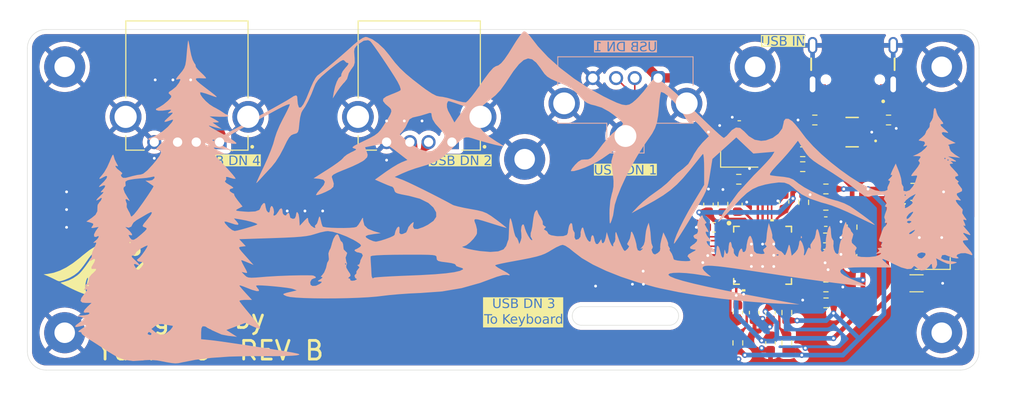
<source format=kicad_pcb>
(kicad_pcb (version 20240108) (generator "pcbnew") (generator_version "8.0")
  (layers (0 "F.Cu" signal) (1 "In1.Cu" signal) (2 "In2.Cu" signal) (31 "B.Cu" signal) (34 "B.Paste" user) (35 "F.Paste" user) (36 "B.SilkS" user "B.Silkscreen") (37 "F.SilkS" user "F.Silkscreen") (38 "B.Mask" user) (39 "F.Mask" user) (44 "Edge.Cuts" user))
  (net 0 "")
  (net 1 "GND")
  (net 2 "/XTALIN")
  (net 3 "/XTALOUT")
  (net 4 "+5V")
  (net 5 "+3V3")
  (net 6 "Net-(U1-PRTPWR1{slash}BC_EN1)")
  (net 7 "Net-(U1-PRTPWR2{slash}BC_EN2)")
  (net 8 "Net-(U1-PRTPWR3{slash}BC_EN3)")
  (net 9 "Net-(U1-PRTPWR4{slash}BC_EN4)")
  (net 10 "/USB_UP_RES_N")
  (net 11 "Net-(U1-HS_IND{slash}CFG_SEL1)")
  (net 12 "Net-(U1-SCL{slash}SMBCLK{slash}CFG_SEL0)")
  (net 13 "Net-(U1-SDA{slash}SMBDATA{slash}NON_REM1)")
  (net 14 "/RESET_N")
  (net 15 "/VBUS_DET")
  (net 16 "Net-(U1-SUSP_IND{slash}LOCAL_PWR{slash}NON_REM0)")
  (net 17 "Net-(U1-RBIAS)")
  (net 18 "Net-(J1-CC2)")
  (net 19 "Net-(J1-CC1)")
  (net 20 "Net-(U1-PLLFILT)")
  (net 21 "Net-(U1-CRFILT)")
  (net 22 "/USB_UP_RES_P")
  (net 24 "/USB_UP_P")
  (net 26 "/USB_UP_N")
  (net 31 "/USB_DOWN3_N")
  (net 32 "/USB_DOWN3_P")
  (net 33 "/USB_DOWN4_N")
  (net 34 "/USB_DOWN4_P")
  (net 35 "/USB_DOWN1_P")
  (net 36 "/USB_DOWN1_N")
  (net 37 "/USB_DOWN2_P")
  (net 38 "/USB_DOWN2_N")
  (footprint "Capacitor_SMD:C_0603_1608Metric" (layer "F.Cu") (at 161 57.25 90)
    (property "Reference" "C15" (hide yes))
    (property "Value" "1 uF")
  )
  (footprint "Resistor_SMD:R_0603_1608Metric" (layer "F.Cu") (at 173.5689 60.84)
    (property "Reference" "R6" (hide yes))
    (property "Value" "100K")
  )
  (footprint "MountingHole:MountingHole_2.2mm_M2_Pad" (layer "F.Cu") (at 92 42.5)
    (property "Reference" "H3" (hide yes))
    (property "Value" "MountingHole_Pad" (hide yes))
  )
  (footprint "MountingHole:MountingHole_2.2mm_M2_Pad" (layer "F.Cu") (at 92 71)
    (property "Reference" "H6" (hide yes))
    (property "Value" "MountingHole_Pad")
  )
  (footprint "USB4105_GF_A(2):GCT_USB4105-GF-A" (layer "F.Cu") (at 176.4775 40.2 180)
    (property "Reference" "J1" (hide yes))
    (property "Value" "USB4105-GF-A")
  )
  (footprint "UE27AC54100:AMPHENOL_UE27AC54100" (layer "F.Cu") (at 130 50.57 180)
    (property "Reference" "J3" (hide yes))
    (property "Value" "UE27AC54100")
  )
  (footprint "Numlocked:AYF530435" (layer "F.Cu") (at 152.1 65.8)
    (property "Reference" "J5" (hide yes))
    (property "Value" "5051100492")
  )
  (footprint "Capacitor_SMD:C_0603_1608Metric" (layer "F.Cu") (at 173.5839 64.38)
    (property "Reference" "C5" (hide yes))
    (property "Value" "0.1 uF")
  )
  (footprint "USB2514_AEZC_TR:QFN36_6X6MC_MCH" (layer "F.Cu") (at 166.8 62.7)
    (property "Reference" "U1" (hide yes))
    (property "Value" "USB2514B-AEZC-TR" (hide yes))
  )
  (footprint "Resistor_SMD:R_0603_1608Metric" (layer "F.Cu") (at 172.4 48.2)
    (property "Reference" "R16" (hide yes))
    (property "Value" "5.1K")
  )
  (footprint "Capacitor_SMD:C_0603_1608Metric" (layer "F.Cu") (at 164.1 57.25 90)
    (property "Reference" "C9" (hide yes))
    (property "Value" "0.1 uF")
  )
  (footprint "Resistor_SMD:R_0603_1608Metric" (layer "F.Cu") (at 173.588207 66.09)
    (property "Reference" "R8" (hide yes))
    (property "Value" "100K")
  )
  (footprint "MountingHole:MountingHole_2.2mm_M2_Pad" (layer "F.Cu") (at 186 71)
    (property "Reference" "H4" (hide yes))
    (property "Value" "MountingHole_Pad" (hide yes))
  )
  (footprint "UE27AC54100:AMPHENOL_UE27AC54100" (layer "F.Cu") (at 105.1 50.57 180)
    (property "Reference" "J4" (hide yes))
    (property "Value" "UE27AC54100")
  )
  (footprint "Capacitor_SMD:C_0603_1608Metric" (layer "F.Cu") (at 160.551 63.075 180)
    (property "Reference" "C1" (hide yes))
    (property "Value" "0.1 uF" (hide yes))
  )
  (footprint "Capacitor_SMD:C_0603_1608Metric" (layer "F.Cu") (at 165.8989 68.84 90)
    (property "Reference" "C10" (hide yes))
    (property "Value" "0.1 uF")
  )
  (footprint "Resistor_SMD:R_0603_1608Metric" (layer "F.Cu") (at 171.1 53.2)
    (property "Reference" "R5" (hide yes))
    (property "Value" "22")
  )
  (footprint "MountingHole:MountingHole_2.2mm_M2_Pad" (layer "F.Cu") (at 186 42.5)
    (property "Reference" "H1" (hide yes))
    (property "Value" "MountingHole_Pad")
  )
  (footprint "Resistor_SMD:R_0603_1608Metric" (layer "F.Cu") (at 171.209607 57.024293 90)
    (property "Reference" "R12" (hide yes))
    (property "Value" "100K")
  )
  (footprint "Capacitor_SMD:C_0603_1608Metric" (layer "F.Cu") (at 161.05 51.54 90)
    (property "Reference" "C11" (hide yes))
    (property "Value" "18 pF")
  )
  (footprint "Capacitor_SMD:C_1206_3216Metric" (layer "F.Cu") (at 183.4 55.9)
    (property "Reference" "C13" (hide yes))
    (property "Value" "0.47 uF")
  )
  (footprint "Resistor_SMD:R_0603_1608Metric" (layer "F.Cu") (at 173.5839 62.59)
    (property "Reference" "R7" (hide yes))
    (property "Value" "100K")
  )
  (footprint "Capacitor_SMD:C_0603_1608Metric" (layer "F.Cu") (at 161.6 59.7 180)
    (property "Reference" "C4" (hide yes))
    (property "Value" "0.1 uF" (hide yes))
  )
  (footprint "MountingHole:MountingHole_2.2mm_M2_Pad" (layer "F.Cu") (at 141.3 52.4)
    (property "Reference" "H2" (hide yes))
    (property "Value" "MountingHole_Pad" (hide yes))
  )
  (footprint "Resistor_SMD:R_0603_1608Metric" (layer "F.Cu") (at 169.3989 68.84 -90)
    (property "Reference" "R3" (hide yes))
    (property "Value" "100K")
  )
  (footprint "LOGO" (layer "F.Cu") (at 107.820507 67.435187)
    (property "Reference" "G***" (hide yes))
    (property "Value" "LOGO" (hide yes))
  )
  (footprint "Capacitor_SMD:C_0603_1608Metric" (layer "F.Cu") (at 169.1 56.975707 90)
    (property "Reference" "C6" (hide yes))
    (property "Value" "0.1 uF")
  )
  (footprint "Capacitor_SMD:C_1206_3216Metric" (layer "F.Cu") (at 183.3 65.7)
    (property "Reference" "C14" (hide yes))
    (property "Value" "33 uF")
  )
  (footprint "Resistor_SMD:R_0603_1608Metric" (layer "F.Cu") (at 164.25 54.55)
    (property "Reference" "R14" (hide yes))
    (property "Value" "1M")
  )
  (footprint "Capacitor_SMD:C_0603_1608Metric" (layer "F.Cu") (at 173.5739 59.09)
    (property "Reference" "C8" (hide yes))
    (property "Value" "0.1 uF")
  )
  (footprint "Resistor_SMD:R_0603_1608Metric" (layer "F.Cu") (at 176.3889 59.68 -90)
    (property "Reference" "R9" (hide yes))
    (property "Value" "100K")
  )
  (footprint "Resistor_SMD:R_0603_1608Metric" (layer "F.Cu") (at 173.6 67.8 180)
    (property "Reference" "R4" (hide yes))
    (property "Value" "100K")
  )
  (footprint "SRV05-4.TCT:SO6_SOT23-6L" (layer "F.Cu") (at 176.4 49.5 180)
    (property "Reference" "U4" (hide yes))
    (property "Value" "SRV05-4.TCT")
  )
  (footprint "Resistor_SMD:R_0603_1608Metric" (layer "F.Cu") (at 180.3 48.2 180)
    (property "Reference" "R15" (hide yes))
    (property "Value" "5.1K")
  )
  (footprint "Resistor_SMD:R_0603_1608Metric" (layer "F.Cu") (at 171.1 51.6)
    (property "Reference" "R17" (hide yes))
    (property "Value" "22")
  )
  (footprint "Capacitor_SMD:C_0603_1608Metric" (layer "F.Cu") (at 164.1489 68.84 -90)
    (property "Reference" "C2" (hide yes))
    (property "Value" "0.1 uF")
  )
  (footprint "Resistor_SMD:R_0603_1608Metric" (layer "F.Cu") (at 173.5889 55.59 180)
    (property "Reference" "R10" (hide yes))
    (property "Value" "100K")
  )
  (footprint "Resistor_SMD:R_0603_1608Metric" (layer "F.Cu") (at 162.55 57.25 90)
    (property "Reference" "R13" (hide yes))
    (property "Value" "12K")
  )
  (footprint "Resistor_SMD:R_0603_1608Metric" (layer "F.Cu") (at 164.1489 72.09 -90)
    (property "Reference" "R1" (hide yes))
    (property "Value" "100K")
  )
  (footprint "Capacitor_SMD:C_0603_1608Metric" (layer "F.Cu") (at 176.3889 62.75 -90)
    (property "Reference" "C7" (hide yes))
    (property "Value" "0.1 uF")
  )
  (footprint "Capacitor_SMD:C_0603_1608Metric" (layer "F.Cu") (at 164.3 48.79 180)
    (property "Reference" "C12" (hide yes))
    (property "Value" "18 pF")
  )
  (footprint "Capacitor_SMD:C_0603_1608Metric" (layer "F.Cu") (at 167.6489 68.84 -90)
    (property "Reference" "C3" (hide yes))
    (property "Value" "0.1 uF")
  )
  (footprint "Crystal:Crystal_SMD_Abracon_ABM8G-4Pin_3.2x2.5mm" (layer "F.Cu") (at 164.3 51.6)
    (property "Reference" "Y1" (hide yes))
    (property "Value" "ABM8-24.000MHZ-D1G-T" (hide yes))
  )
  (footprint "Resistor_SMD:R_0603_1608Metric" (layer "F.Cu") (at 169.4 72.09 -90)
    (property "Reference" "R2" (hide yes))
    (property "Value" "100K")
  )
  (footprint "MountingHole:MountingHole_2.2mm_M2_Pad" (layer "F.Cu") (at 166 42.5)
    (property "Reference" "H2" (hide yes))
    (property "Value" "MountingHole_Pad")
  )
  (footprint "Package_TO_SOT_SMD:SOT-223" (layer "F.Cu") (at 185 60.8)
    (property "Reference" "U2" (hide yes))
    (property "Value" "LM3940IMP-3.3/NOPB")
  )
  (footprint "Resistor_SMD:R_0603_1608Metric" (layer "F.Cu") (at 173.5789 57.34)
    (property "Reference" "R11" (hide yes))
    (property "Value" "100K")
  )
  (footprint "Capacitor_SMD:C_0603_1608Metric" (layer "F.Cu") (at 167.6489 72.09 -90)
    (property "Reference" "C16" (hide yes))
    (property "Value" "1 uF")
  )
  (footprint "LOGO" (layer "B.Cu") (at 141.2 56.5 180)
    (property "Reference" "G***" (hide yes))
    (property "Value" "LOGO" (hide yes))
  )
  (footprint "Numlocked:UBAS-4R-D14D-4D(LF)(SN)" (layer "B.Cu") (at 152.1 44.985 180)
    (property "Reference" "J2" (hide yes))
    (property "Value" "~")
  )
  (gr_circle (center 163.2 59.25) (end 163.2 59.45) (stroke (width 0.1)) (fill solid) (layer "F.SilkS"))
  (gr_arc (start 157.8 69.2) (mid 157.507107 69.907107) (end 156.8 70.2) (stroke (width 0.05)) (layer "Edge.Cuts"))
  (gr_arc (start 147.4 70.2) (mid 146.692893 69.907107) (end 146.4 69.2) (stroke (width 0.05)) (layer "Edge.Cuts"))
  (gr_arc (start 88 40.5) (mid 88.585786 39.085786) (end 90 38.5) (stroke (width 0.05)) (layer "Edge.Cuts"))
  (gr_arc (start 190 73) (mid 189.414214 74.414214) (end 188 75) (stroke (width 0.05)) (layer "Edge.Cuts"))
  (gr_line (start 88 40.5) (end 88 73) (stroke (width 0.05)) (layer "Edge.Cuts"))
  (gr_arc (start 146.4 69.2) (mid 146.692893 68.492893) (end 147.4 68.2) (stroke (width 0.05)) (layer "Edge.Cuts"))
  (gr_arc (start 156.8 68.2) (mid 157.507107 68.492893) (end 157.8 69.2) (stroke (width 0.05)) (layer "Edge.Cuts"))
  (gr_arc (start 188 38.5) (mid 189.414214 39.085786) (end 190 40.5) (stroke (width 0.05)) (layer "Edge.Cuts"))
  (gr_line (start 147.4 68.2) (end 156.8 68.2) (stroke (width 0.05)) (layer "Edge.Cuts"))
  (gr_line (start 156.8 70.2) (end 147.4 70.2) (stroke (width 0.05)) (layer "Edge.Cuts"))
  (gr_line (start 188 38.5) (end 90 38.5) (stroke (width 0.05)) (layer "Edge.Cuts"))
  (gr_line (start 90 75) (end 188 75) (stroke (width 0.05)) (layer "Edge.Cuts"))
  (gr_arc (start 90 75) (mid 88.585786 74.414214) (end 88 73) (stroke (width 0.05)) (layer "Edge.Cuts"))
  (gr_line (start 190 40.5) (end 190 73) (stroke (width 0.05)) (layer "Edge.Cuts"))
  (gr_text "USB DN 1" (at 152.1 41 0) (layer "B.SilkS" knockout) (effects (font (size 1 1)) (justify bottom mirror)))
  (gr_text "USB DN 1" (at 152.1 54.2 0) (layer "F.SilkS" knockout) (effects (font (size 1 1)) (justify bottom)))
  (gr_text "Designed by" (at 95 70.7 0) (layer "F.SilkS") (effects (font (size 2 2) (thickness 0.3)) (justify left bottom)))
  (gr_text "USB IN" (at 169 40.4 0) (layer "F.SilkS" knockout) (effects (font (size 1 1)) (justify bottom)))
  (gr_text "USB DN 4" (at 109.6 53.2 0) (layer "F.SilkS" knockout) (effects (font (size 1 1)) (justify bottom)))
  (gr_text "USB DN 2" (at 134.4 53.2 0) (layer "F.SilkS" knockout) (effects (font (size 1 1)) (justify bottom)))
  (gr_text "YuhKuro  REV B" (at 95.271816 74.082324 0) (layer "F.SilkS") (effects (font (size 2 2) (thickness 0.3)) (justify left bottom)))
  (gr_text "USB DN 3\nTo Keyboard" (at 141.2 70.2 0) (layer "F.SilkS" knockout) (effects (font (size 1 1)) (justify bottom)))
  (segment (start 174.413207 66.09) (end 175.39 66.09) (width 0.5) (layer "F.Cu") (net 1))
  (segment (start 163.8 65.5) (end 163.3239 65.9761) (width 0.3) (layer "F.Cu") (net 1))
  (segment (start 169.1 56.20658) (end 169.1 56.200707) (width 0.5) (layer "F.Cu") (net 1))
  (segment (start 171.891637 56.204519) (end 171.885704 56.198586) (width 0.5) (layer "F.Cu") (net 1))
  (segment (start 175.39 59.09) (end 175.38 59.1) (width 0.2) (layer "F.Cu") (net 1))
  (segment (start 175.2 59.1) (end 174.3589 59.1) (width 0.3) (layer "F.Cu") (net 1))
  (segment (start 166.8 69.5) (end 166.0139 69.5) (width 0.5) (layer "F.Cu") (net 1))
  (segment (start 162.2 48.79) (end 162.2 49.75) (width 0.5) (layer "F.Cu") (net 1))
  (segment (start 162.2 49.75) (end 163.2 50.75) (width 0.5) (layer "F.Cu") (net 1))
  (segment (start 165.276 66.353756) (end 165.276 65.5448) (width 0.254) (layer "F.Cu") (net 1))
  (segment (start 160.182418 63.481418) (end 159.776 63.075) (width 0.3) (layer "F.Cu") (net 1))
  (segment (start 166.800011 69.499989) (end 166.8 69.5) (width 0.5) (layer "F.Cu") (net 1))
  (segment (start 171.575 48.2) (end 170.6 48.2) (width 0.5) (layer "F.Cu") (net 1))
  (segment (start 152.85 65.8) (end 152.85 64.5) (width 0.3) (layer "F.Cu") (net 1))
  (segment (start 184.775 65.7) (end 186.1 65.7) (width 0.75) (layer "F.Cu") (net 1))
  (segment (start 180.7975 45.18) (end 180.7975 44.38) (width 1) (layer "F.Cu") (net 1))
  (segment (start 177.6446 49.5) (end 178.5 49.5) (width 0.5) (layer "F.Cu") (net 1))
  (segment (start 171.885704 56.198586) (end 171.2089 56.198586) (width 0.5) (layer "F.Cu") (net 1))
  (segment (start 163.525 48.79) (end 163.525 47.925) (width 0.5) (layer "F.Cu") (net 1))
  (segment (start 166.924726 72.865) (end 167.6489 72.865) (width 0.5) (layer "F.Cu") (net 1))
  (segment (start 175.39 66.09) (end 175.4 66.1) (width 0.5) (layer "F.Cu") (net 1))
  (segment (start 153.9 64.5) (end 154 64.4) (width 0.3) (layer "F.Cu") (net 1))
  (segment (start 164.575 56.475) (end 164.1 56.475) (width 0.5) (layer "F.Cu") (net 1))
  (segment (start 181.125 49.1) (end 181.125 48.7) (width 0.5) (layer "F.Cu") (net 1))
  (segment (start 175.38 59.1) (end 175.2 59.1) (width 0.2) (layer "F.Cu") (net 1))
  (segment (start 181.85 60.8) (end 183.6 60.8) (width 0.75) (layer "F.Cu") (net 1))
  (segment (start 167.6489 69.615) (end 167.6489 70.286587) (width 0.5) (layer "F.Cu") (net 1))
  (segment (start 188.15 60.8) (end 186 60.8) (width 0.75) (layer "F.Cu") (net 1))
  (segment (start 172.3025 44.38) (end 173.0775 45.155) (width 1) (layer "F.Cu") (net 1))
  (segment (start 162.55 55.65) (end 162.55 56.425) (width 0.5) (layer "F.Cu") (net 1))
  (segment (start 180.7975 44.38) (end 180.6525 44.38) (width 1) (layer "F.Cu") (net 1))
  (segment (start 161 55.6) (end 161 56.475) (width 0.5) (layer "F.Cu") (net 1))
  (segment (start 152.85 64.5) (end 153.9 64.5) (width 0.3) (layer "F.Cu") (net 1))
  (segment (start 175.2 60.8) (end 174.4339 60.8) (width 0.3) (layer "F.Cu") (net 1))
  (segment (start 159.7 59.7) (end 160.825 59.7) (width 0.5) (layer "F.Cu") (net 1))
  (segment (start 160.392909 63.481418) (end 160.182418 63.481418) (width 0.3) (layer "F.Cu") (net 1))
  (segment (start 173.819879 64.240783) (end 174.219683 64.240783) (width 0.5) (layer "F.Cu") (net 1))
  (segment (start 164.762767 66.866989) (end 165.276 66.353756) (width 0.254) (layer "F.Cu") (net 1))
  (segment (start 174.3939 60.84) (end 174.3939 62.575) (width 0.3) (layer "F.Cu") (net 1))
  (segment (start 163.3239 65.9761) (end 163.3239 68.79) (width 0.3) (layer "F.Cu") (net 1))
  (segment (start 161 49.49) (end 161 50.715) (width 0.5) (layer "F.Cu") (net 1))
  (segment (start 174.3489 59.09) (end 174.3489 57.395) (width 0.3) (layer "F.Cu") (net 1))
  (segment (start 163.3239 68.79) (end 164.1489 69.615) (width 0.3) (layer "F.Cu") (net 1))
  (segment (start 168.436999 56.869581) (end 169.1 56.20658) (width 0.5) (layer "F.Cu") (net 1))
  (segment (start 180.6525 44.38) (end 179.8775 45.155) (width 1) (layer "F.Cu") (net 1))
  (segment (start 165.1 57) (end 164.575 56.475) (width 0.5) (layer "F.Cu") (net 1))
  (segment (start 172.1575 45.18) (end 172.1575 44.38) (width 1) (layer "F.Cu") (net 1))
  (segment (start 167.6489 70.286587) (end 167.570487 70.365) (width 0.5) (layer "F.Cu") (net 1))
  (segment (start 172.1575 44.38) (end 172.3025 44.38) (width 1) (layer "F.Cu") (net 1))
  (segment (start 163.525 47.925) (end 163.55 47.9) (width 0.5) (layer "F.Cu") (net 1))
  (segment (start 184.875 55.9) (end 186.2 55.9) (width 0.75) (layer "F.Cu") (net 1))
  (segment (start 166.7 72.640274) (end 166.924726 72.865) (width 0.5) (layer "F.Cu") (net 1))
  (segment (start 165.4 53.4) (end 165.4 52.45) (width 0.5) (layer "F.Cu") (net 1))
  (segment (start 175.2 62.6) (end 174.4189 62.6) (width 0.3) (layer "F.Cu") (net 1))
  (via (at 117.75 57.95) (size 0.7) (drill 0.3) (layers "F.Cu" "B.Cu") (net 1))
  (via (at 166.8 61.5) (size 0.7) (drill 0.3) (layers "F.Cu" "B.Cu") (net 1))
  (via (at 161 55.6) (size 0.7) (drill 0.3) (layers "F.Cu" "B.Cu") (net 1))
  (via (at 92.2 59.7) (size 0.7) (drill 0.3) (layers "F.Cu" "B.Cu") (net 1))
  (via (at 119.65 57.95) (size 0.7) (drill 0.3) (layers "F.Cu" "B.Cu") (net 1))
  (via (at 175.4 66.1) (size 0.7) (drill 0.3) (layers "F.Cu" "B.Cu") (net 1))
  (via (at 92.2 55.9) (size 0.7) (drill 0.3) (layers "F.Cu" "B.Cu") (net 1))
  (via (at 178.5 49.5) (size 0.6) (drill 0.3) (layers "F.Cu" "B.Cu") (net 1))
  (via (at 186 60.8) (size 0.6) (drill 0.3) (layers "F.Cu" "B.Cu") (net 1))
  (via (at 171.1 67.5) (size 0.6) (drill 0.3) (layers "F.Cu" "B.Cu") (net 1))
  (via (at 175.2 62.6) (size 0.7) (drill 0.3) (layers "F.Cu" "B.Cu") (net 1))
  (via (at 103.6 43.9) (size 0.7) (drill 0.3) (layers "F.Cu" "B.Cu") (net 1))
  (via (at 171.382417 72.65) (size 0.6) (drill 0.3) (layers "F.Cu" "B.Cu") (net 1))
  (via (at 166.8 63.9) (size 0.7) (drill 0.3) (layers "F.Cu" "B.Cu") (net 1))
  (via (at 162.55 55.65) (size 0.7) (drill 0.3) (layers "F.Cu" "B.Cu") (net 1))
  (via (at 186.2 55.9) (size 0.6) (drill 0.3) (layers "F.Cu" "B.Cu") (net 1))
  (via (at 186.1 65.7) (size 0.6) (drill 0.3) (layers "F.Cu" "B.Cu") (net 1))
  (via (at 164.224008 73.82783) (size 0.6) (drill 0.3) (layers "F.Cu" "B.Cu") (net 1))
  (via (at 162.2 48.79) (size 0.7) (drill 0.3) (layers "F.Cu" "B.Cu") (net 1))
  (via (at 165.6 62.7) (size 0.7) (drill 0.3) (layers "F.Cu" "B.Cu") (net 1))
  (via (at 126.5 48.3) (size 0.7) (drill 0.3) (layers "F.Cu" "B.Cu") (net 1))
  (via (at 168 62.7) (size 0.7) (drill 0.3) (layers "F.Cu" "B.Cu") (net 1))
  (via (at 165.4 53.4) (size 0.7) (drill 0.3) (layers "F.Cu" "B.Cu") (net 1))
  (via (at 183.6 60.8) (size 0.6) (drill 0.3) (layers "F.Cu" "B.Cu") (net 1))
  (via (at 92.2 57.8) (size 0.7) (drill 0.3) (layers "F.Cu" "B.Cu") (net 1))
  (via (at 168 61.5) (size 0.7) (drill 0.3) (layers "F.Cu" "B.Cu") (net 1))
  (via (at 159.7 59.7) (size 0.7) (drill 0.3) (layers "F.Cu" "B.Cu") (net 1))
  (via (at 148.9 66) (size 0.7) (drill 0.3) (layers "F.Cu" "B.Cu") (net 1))
  (via (at 165.1 57) (size 0.6) (drill 0.3) (layers "F.Cu" "B.Cu") (net 1))
  (via (at 168.436999 56.869581) (size 0.7) (drill 0.3) (layers "F.Cu" "B.Cu") (net 1))
  (via (at 152.85 65.8) (size 0.6) (drill 0.3) (layers "F.Cu" "B.Cu") (net 1))
  (via (at 163.8 65.5) (size 0.6) (drill 0.3) (layers "F.Cu" "B.Cu") (net 1))
  (via (at 165.6 63.9) (size 0.7) (drill 0.3) (layers "F.Cu" "B.Cu") (net 1))
  (via (at 171.891637 56.204519) (size 0.7) (drill 0.3) (layers "F.Cu" "B.Cu") (net 1))
  (via (at 166.800011 69.499989) (size 0.6) (drill 0.3) (layers "F.Cu" "B.Cu") (net 1))
  (via (at 105.5 43.9) (size 0.7) (drill 0.3) (layers "F.Cu" "B.Cu") (net 1))
  (via (at 167.570487 70.365) (size 0.6) (drill 0.3) (layers "F.Cu" "B.Cu") (net 1))
  (via (at 101.7 43.9) (size 0.7) (drill 0.3) (layers "F.Cu" "B.Cu") (net 1))
  (via (at 164.762767 66.866989) (size 0.6) (drill 0.3) (layers "F.Cu" "B.Cu") (net 1))
  (via (at 170.6 48.2) (size 0.7) (drill 0.3) (layers "F.Cu" "B.Cu") (net 1))
  (via (at 115.85 57.95) (size 0.7) (drill 0.3) (layers "F.Cu" "B.Cu") (net 1))
  (via (at 126.5 52.5) (size 0.7) (drill 0.3) (layers "F.Cu" "B.Cu") (net 1))
  (via (at 163.55 47.9) (size 0.7) (drill 0.3) (layers "F.Cu" "B.Cu") (net 1))
  (via (at 161 49.49) (size 0.7) (drill 0.3) (layers "F.Cu" "B.Cu") (net 1))
  (via (at 154 64.4) (size 0.6) (drill 0.3) (layers "F.Cu" "B.Cu") (net 1))
  (via (at 166.7 72.640274) (size 0.6) (drill 0.3) (layers "F.Cu" "B.Cu") (net 1))
  (via (at 128.4 48.3) (size 0.7) (drill 0.3) (layers "F.Cu" "B.Cu") (net 1))
  (via (at 154.029677 65.801303) (size 0.6) (drill 0.3) (layers "F.Cu" "B.Cu") (net 1))
  (via (at 175.2 60.8) (size 0.6) (drill 0.3) (layers "F.Cu" "B.Cu") (net 1))
  (via (at 181.125 49.1) (size 0.6) (drill 0.3) (layers "F.Cu" "B.Cu") (net 1))
  (via (at 101.6 52.3) (size 0.7) (drill 0.3) (layers "F.Cu" "B.Cu") (net 1))
  (via (at 175.2 59.1) (size 0.6) (drill 0.3) (layers "F.Cu" "B.Cu") (net 1))
  (via (at 165.6 61.5) (size 0.7) (drill 0.3) (layers "F.Cu" "B.Cu") (net 1))
  (via (at 173.819879 64.240783) (size 0.6) (drill 0.3) (layers "F.Cu" "B.Cu") (net 1))
  (via (at 160.392909 63.481418) (size 0.6) (drill 0.3) (layers "F.Cu" "B.Cu") (net 1))
  (via (at 130.3 48.3) (size 0.7) (drill 0.3) (layers "F.Cu" "B.Cu") (net 1))
  (via (at 168 63.9) (size 0.7) (drill 0.3) (layers "F.Cu" "B.Cu") (net 1))
  (segment (start 163.2 52.45) (end 161.185 52.45) (width 0.254) (layer "F.Cu") (net 2))
  (segment (start 166.292 57.142) (end 163.7 54.55) (width 0.254) (layer "F.Cu") (net 2))
  (segment (start 166.292 59.8552) (end 166.292 57.142) (width 0.254) (layer "F.Cu") (net 2))
  (segment (start 163.425 54.55) (end 163.425 52.675) (width 0.254) (layer "F.Cu") (net 2))
  (segment (start 164.373 51.427) (end 165.05 50.75) (width 0.254) (layer "F.Cu") (net 3))
  (segment (start 165.075 54.55) (end 164.373 53.848) (width 0.254) (layer "F.Cu") (net 3))
  (segment (start 165.075 48.79) (end 165.075 50.425) (width 0.254) (layer "F.Cu") (net 3))
  (segment (start 166.8 56.25) (end 165.1 54.55) (width 0.254) (layer "F.Cu") (net 3))
  (segment (start 164.373 53.848) (end 164.373 51.427) (width 0.254) (layer "F.Cu") (net 3))
  (segment (start 166.8 59.8552) (end 166.8 56.25) (width 0.254) (layer "F.Cu") (net 3))
  (segment (start 182.6 47.425) (end 182.6 43.935444) (width 1) (layer "F.Cu") (net 4))
  (segment (start 174.425 67.8) (end 174.425 68.875) (width 0.5) (layer "F.Cu") (net 4))
  (segment (start 160.985 43.685) (end 155.6 43.685) (width 1) (layer "F.Cu") (net 4))
  (segment (start 182.6 43.935444) (end 181.294556 42.63) (width 1) (layer "F.Cu") (net 4))
  (segment (start 164.415 72.915) (end 164.1489 72.915) (width 0.5) (layer "F.Cu") (net 4))
  (segment (start 174.4139 55.59) (end 175.49 55.59) (width 0.5) (layer "F.Cu") (net 4))
  (segment (start 170.5 69.7) (end 169.4339 69.7) (width 0.5) (layer "F.Cu") (net 4))
  (segment (start 169.5 46.1) (end 169.1 46.5) (width 0.5) (layer "F.Cu") (net 4))
  (segment (start 169.4339 69.7) (end 169.3989 69.665) (width 0.5) (layer "F.Cu") (net 4))
  (segment (start 108.5 44.4) (end 111.7 41.2) (width 1) (layer "F.Cu") (net 4))
  (segment (start 173.3 46.5) (end 174.0775 45.7225) (width 0.5) (layer "F.Cu") (net 4))
  (segment (start 181.294556 42.63) (end 170.87 42.63) (width 1) (layer "F.Cu") (net 4))
  (segment (start 170.87 42.63) (end 169.9 43.6) (width 1) (layer "F.Cu") (net 4))
  (segment (start 169.9 46.5) (end 169.5 46.1) (width 1) (layer "F.Cu") (net 4))
  (segment (start 169.1 48.9) (end 169.7 49.5) (width 0.5) (layer "F.Cu") (net 4))
  (segment (start 130.300001 64.600001) (end 120.3 54.6) (width 1) (layer "F.Cu") (net 4))
  (segment (start 178.8775 44.955) (end 178.8775 46.1) (width 0.5) (layer "F.Cu") (net 4))
  (segment (start 169.9 45.7) (end 169.5 46.1) (width 1) (layer "F.Cu") (net 4))
  (segment (start 169.5 46.1) (end 163.4 46.1) (width 1) (layer "F.Cu") (net 4))
  (segment (start 181.85 58.5) (end 181.85 55.975) (width 0.75) (layer "F.Cu") (net 4))
  (segment (start 182.6 52.325) (end 181.925 53) (width 1) (layer "F.Cu") (net 4))
  (segment (start 111.7 41.2) (end 121.2 41.2) (width 1) (layer "F.Cu") (net 4))
  (segment (start 175.49 55.59) (end 175.5 55.6) (width 0.5) (layer "F.Cu") (net 4))
  (segment (start 182.6 47.425) (end 182.6 52.325) (width 1) (layer "F.Cu") (net 4))
  (segment (start 120.3 54.6) (end 120.3 42.1) (width 1) (layer "F.Cu") (net 4))
  (segment (start 174.0775 45.7225) (end 174.0775 44.955) (width 0.5) (layer "F.Cu") (net 4))
  (segment (start 182.6 47.425) (end 181.575 46.4) (width 1) (layer "F.Cu") (net 4))
  (segment (start 181.85 55.975) (end 181.925 55.9) (width 0.75) (layer "F.Cu") (net 4))
  (segment (start 151 64.600001) (end 130.300001 64.600001) (width 1) (layer "F.Cu") (net 4))
  (segment (start 155.6 43.685) (end 153.215 41.3) (width 1) (layer "F.Cu") (net 4))
  (segment (start 169.1 46.5) (end 169.1 48.9) (width 0.5) (layer "F.Cu") (net 4))
  (segment (start 173.3 46.5) (end 169.9 46.5) (width 1) (layer "F.Cu") (net 4))
  (segment (start 164.9 73.4) (end 164.415 72.915) (width 0.5) (layer "F.Cu") (net 4))
  (segment (start 151 64.35) (end 151 64.600001) (width 1) (layer "F.Cu") (net 4))
  (segment (start 174.425 68.875) (end 174.4 68.9) (width 0.5) (layer "F.Cu") (net 4))
  (segment (start 136.1 41.3) (end 133.5 43.9) (width 1) (layer "F.Cu") (net 4))
  (segment (start 108.5 50.47) (end 108.5 44.4) (width 1) (layer "F.Cu") (net 4))
  (segment (start 130.8 41.2) (end 121.2 41.2) (width 1) (layer "F.Cu") (net 4))
  (segment (start 181.925 53) (end 181.925 55.9) (width 1) (layer "F.Cu") (net 4))
  (segment (start 181.575 46.4) (end 179.1775 46.4) (width 1) (layer "F.Cu") (net 4))
  (segment (start 169.415 72.9) (end 169.4 72.915) (width 0.5) (layer "F.Cu") (net 4))
  (segment (start 133.5 43.9) (end 130.8 41.2) (width 1) (layer "F.Cu") (net 4))
  (segment (start 179.1775 46.4) (end 178.8775 46.1) (width 1) (layer "F.Cu") (net 4))
  (segment (start 181.625 55.6) (end 181.925 55.9) (width 0.5) (layer "F.Cu") (net 4))
  (segment (start 120.3 42.1) (end 121.2 41.2) (width 1) (layer "F.Cu") (net 4))
  (segment (start 153.215 41.3) (end 136.1 41.3) (width 1) (layer "F.Cu") (net 4))
  (segment (start 133.5 43.9) (end 133.5 50.57) (width 1) (layer "F.Cu") (net 4))
  (segment (start 163.4 46.1) (end 160.985 43.685) (width 1) (layer "F.Cu") (net 4))
  (segment (start 169.7 49.5) (end 175.1554 49.5) (width 0.5) (layer "F.Cu") (net 4))
  (segment (start 169.9 43.6) (end 169.9 45.7) (width 1) (layer "F.Cu") (net 4))
  (segment (start 178.1 55.6) (end 181.625 55.6) (width 0.5) (layer "F.Cu") (net 4))
  (segment (start 171 73.4) (end 170.5 72.9) (width 0.5) (layer "F.Cu") (net 4))
  (segment (start 170.5 72.9) (end 169.415 72.9) (width 0.5) (layer "F.Cu") (net 4))
  (via (at 178.1 55.6) (size 0.6) (drill 0.3) (layers "F.Cu" "B.Cu") (net 4))
  (via (at 171 73.4) (size 0.6) (drill 0.3) (layers "F.Cu" "B.Cu") (net 4))
  (via (at 175.5 55.6) (size 0.6) (drill 0.3) (layers "F.Cu" "B.Cu") (net 4))
  (via (at 170.5 69.7) (size 0.6) (drill 0.3) (layers "F.Cu" "B.Cu") (net 4))
  (via (at 164.9 73.4) (size 0.6) (drill 0.3) (layers "F.Cu" "B.Cu") (net 4))
  (via (at 174.4 68.9) (size 0.6) (drill 0.3) (layers "F.Cu" "B.Cu") (net 4))
  (segment (start 179.8 57.3) (end 179.8 69) (width 0.5) (layer "B.Cu") (net 4))
  (segment (start 175.4 73.4) (end 171 73.4) (width 0.5) (layer "B.Cu") (net 4))
  (segment (start 179.8 69) (end 177.685 71.115) (width 0.5) (layer "B.Cu") (net 4))
  (segment (start 170.5 69.7) (end 173.6 69.7) (width 0.5) (layer "B.Cu") (net 4))
  (segment (start 175.5 55.6) (end 178.1 55.6) (width 0.5) (layer "B.Cu") (net 4))
  (segment (start 177.685 71.115) (end 177.15 71.65) (width 0.5) (layer "B.Cu") (net 4))
  (segment (start 177.685 71.115) (end 175.4 73.4) (width 0.5) (layer "B.Cu") (net 4))
  (segment (start 170.990274 73.390274) (end 171 73.4) (width 0.5) (layer "B.Cu") (net 4))
  (segment (start 173.6 69.7) (end 174.4 68.9) (width 0.5) (layer "B.Cu") (net 4))
  (segment (start 177.15 71.65) (end 174.4 68.9) (width 0.5) (layer "B.Cu") (net 4))
  (segment (start 178.1 55.6) (end 179.8 57.3) (width 0.5) (layer "B.Cu") (net 4))
  (segment (start 164.9 73.4) (end 164.909726 73.390274) (width 0.5) (layer "B.Cu") (net 4))
  (segment (start 164.909726 73.390274) (end 170.990274 73.390274) (width 0.5) (layer "B.Cu") (net 4))
  (segment (start 171.50912 54.5) (end 170.025 55.98412) (width 0.5) (layer "F.Cu") (net 5))
  (segment (start 174.4 71.6) (end 177.55 68.45) (width 0.5) (layer "F.Cu") (net 5))
  (segment (start 163.9552 62.7) (end 160.925 62.7) (width 0.254) (layer "F.Cu") (net 5))
  (segment (start 171.286712 62.7) (end 172.8089 64.222188) (width 0.254) (layer "F.Cu") (net 5))
  (segment (start 163.9739 67) (end 164 67.0261) (width 0.5) (layer "F.Cu") (net 5))
  (segment (start 177.55 68.45) (end 177.55 65.35) (width 0.5) (layer "F.Cu") (net 5))
  (segment (start 166.7 71.840271) (end 166.973629 71.840271) (width 0.5) (layer "F.Cu") (net 5))
  (segment (start 164.768 65.5448) (end 164.6552 65.5448) (width 0.254) (layer "F.Cu") (net 5))
  (segment (start 169.6448 62.7) (end 171.286712 62.7) (width 0.254) (layer "F.Cu") (net 5))
  (segment (start 161.269614 63.075) (end 161.326 63.075) (width 0.5) (layer "F.Cu") (net 5))
  (segment (start 167.10064 68.61326) (end 167.6489 68.065) (width 0.5) (layer "F.Cu") (net 5))
  (segment (start 167.308 67.7241) (end 167.6489 68.065) (width 0.254) (layer "F.Cu") (net 5))
  (segment (start 181.825 65.7) (end 179.075 68.45) (width 0.5) (layer "F.Cu") (net 5))
  (segment (start 162.375 59.7) (end 161 58.325) (width 0.5) (layer "F.Cu") (net 5))
  (segment (start 161 58.325) (end 161 58.025) (width 0.5) (layer "F.Cu") (net 5))
  (segment (start 167.308 65.5448) (end 167.308 67.7241) (width 0.254) (layer "F.Cu") (net 5))
  (segment (start 168.324 58.789288) (end 169.1 58.013288) (width 0.254) (layer "F.Cu") (net 5))
  (segment (start 164.6552 65.5448) (end 163.9739 66.2261) (width 0.254) (layer "F.Cu") (net 5))
  (segment (start 181.825 63.125) (end 181.85 63.1) (width 0.75) (layer "F.Cu") (net 5))
  (segment (start 172.8089 64.1911) (end 173.5 63.5) (width 0.5) (layer "F.Cu") (net 5))
  (segment (start 177.55 65.35) (end 177.55 58.15) (width 0.5) (layer "F.Cu") (net 5))
  (segment (start 176.4 58.8439) (end 176.4 55.4) (width 0.5) (layer "F.Cu") (net 5))
  (segment (start 175.5 54.5) (end 171.50912 54.5) (width 0.5) (layer "F.Cu") (net 5))
  (segment (start 166.973629 71.840271) (end 167.4989 71.315) (width 0.5) (layer "F.Cu") (net 5))
  (segment (start 176.4 55.4) (end 175.5 54.5) (width 0.5) (layer "F.Cu") (net 5))
  (segment (start 181.825 65.7) (end 181.825 63.125) (width 0.75) (layer "F.Cu") (net 5))
  (segment (start 163.9739 67.89) (end 164.1489 68.065) (width 0.254) (layer "F.Cu") (net 5))
  (segment (start 164.768 59.8552) (end 162.5302 59.8552) (width 0.254) (layer "F.Cu") (net 5))
  (segment (start 168.324 59.8552) (end 168.324 58.789288) (width 0.254) (layer "F.Cu") (net 5))
  (segment (start 160 58.1) (end 160.925 58.1) (width 0.5) (layer "F.Cu") (net 5))
  (segment (start 170.025 56.825707) (end 169.1 57.750707) (width 0.5) (layer "F.Cu") (net 5))
  (segment (start 163.9739 66.2261) (end 163.9739 67.89) (width 0.254) (layer "F.Cu") (net 5))
  (segment (start 164 67.0261) (end 164 67.9161) (width 0.5) (layer "F.Cu") (net 5))
  (segment (start 167.10064 68.724509) (end 167.10064 68.61326) (width 0.5) (layer "F.Cu") (net 5))
  (segment (start 160.925 62.730386) (end 161.269614 63.075) (width 0.5) (layer "F.Cu") (net 5))
  (segment (start 177.55 58.15) (end 176.4 57) (width 0.5) (layer "F.Cu") (net 5))
  (segment (start 170.025 55.98412) (end 170.025 56.825707) (width 0.5) (layer "F.Cu") (net 5))
  (segment (start 179.075 68.45) (end 177.55 68.45) (width 0.5) (layer "F.Cu") (net 5))
  (via (at 174.4 71.6) (size 0.6) (drill 0.3) (layers "F.Cu" "B.Cu") (net 5))
  (via (at 160.925 62.730386) (size 0.6) (drill 0.3) (layers "F.Cu" "B.Cu") (net 5))
  (via (at 166.7 71.840271) (size 0.6) (drill 0.3) (layers "F.Cu" "B.Cu") (net 5))
  (via (at 177.55 65.35) (size 0.6) (drill 0.3) (layers "F.Cu" "B.Cu") (net 5))
  (via (at 167.10064 68.724509) (size 0.6) (drill 0.3) (layers "F.Cu" "B.Cu") (net 5))
  (via (at 173.5 63.5) (size 0.6) (drill 0.3) (layers "F.Cu" "B.Cu") (net 5))
  (via (at 163.9739 67) (size 0.6) (drill 0.3) (layers "F.Cu" "B.Cu") (net 5))
  (via (at 170.052781 56.608819) (size 0.6) (drill 0.3) (layers "F.Cu" "B.Cu") (net 5))
  (via (at 160 58.1) (size 0.6) (drill 0.3) (layers "F.Cu" "B.Cu") (net 5))
  (segment (start 166.7 71.840271) (end 163.9739 69.114171) (width 0.5) (layer "B.Cu") (net 5))
  (segment (start 174.4 71.6) (end 168.3 71.6) (width 0.5) (layer "B.Cu") (net 5))
  (segment (start 163.9739 69.114171) (end 163.9739 67) (width 0.5) (layer "B.Cu") (net 5))
  (segment (start 168 71.9) (end 168.3 71.6) (width 0.5) (layer "B.Cu") (net 5))
  (segment (start 177.55 65.35) (end 176.15 65.35) (width 0.5) (layer "B.Cu") (net 5))
  (segment (start 166.7 71.840271) (end 166.960658 71.840271) (width 0.5) (layer "B.Cu") (net 5))
  (segment (start 168.5616 58.1) (end 170.052781 56.608819) (width 0.5) (layer "B.Cu") (net 5))
  (segment (start 173.509217 63.490783) (end 173.5 63.5) (width 0.5) (layer "B.Cu") (net 5))
  (segment (start 168.320487 69.944356) (end 167.10064 68.724509) (width 0.5) (layer "B.Cu") (net 5))
  (segment (start 168.320487 71.579513) (end 168.3 71.6) (width 0.5) (layer "B.Cu") (net 5))
  (segment (start 160.925 62.730386) (end 160.9 62.705386) (width 0.5) (layer "B.Cu") (net 5))
  (segment (start 160.9 62.705386) (end 160.9 59) (width 0.5) (layer "B.Cu") (net 5))
  (segment (start 167.020387 71.9) (end 168 71.9) (width 0.5) (layer "B.Cu") (net 5))
  (segment (start 174.290783 63.490783) (end 173.509217 63.490783) (width 0.5) (layer "B.Cu") (net 5))
  (segment (start 168.320487 69.944356) (end 168.320487 71.579513) (width 0.5) (layer "B.Cu") (net 5))
  (segment (start 166.960658 71.840271) (end 167.020387 71.9) (width 0.5) (layer "B.Cu") (net 5))
  (segment (start 160.9 59) (end 160 58.1) (width 0.5) (layer "B.Cu") (net 5))
  (segment (start 176.15 65.35) (end 174.290783 63.490783) (width 0.5) (layer "B.Cu") (net 5))
  (segment (start 160 58.1) (end 168.5616 58.1) (width 0.5) (layer "B.Cu") (net 5))
  (segment (start 165.0969 70.317) (end 165.0969 67.5531) (width 0.254) (layer "F.Cu") (net 6))
  (segment (start 165.0969 67.5531) (end 165.784 66.866) (width 0.254) (layer "F.Cu") (net 6))
  (segment (start 164.1489 71.265) (end 165.0969 70.317) (width 0.254) (layer "F.Cu") (net 6))
  (segment (start 165.784 66.866) (end 165.784 65.5448) (width 0.254) (layer "F.Cu") (net 6))
  (segment (start 168.5969 70.4619) (end 169.4 71.265) (width 0.254) (layer "F.Cu") (net 7))
  (segment (start 167.816 66.9191) (end 168.5969 67.7) (width 0.254) (layer "F.Cu") (net 7))
  (segment (start 168.5969 67.7) (end 168.5969 70.4619) (width 0.254) (layer "F.Cu") (net 7))
  (segment (start 167.816 65.5448) (end 167.816 66.9191) (width 0.254) (layer "F.Cu") (net 7))
  (segment (start 169.4 68.0139) (end 169.3989 68.015) (width 0.254) (layer "F.Cu") (net 8))
  (segment (start 168.832 65.5448) (end 169.4 66.1128) (width 0.254) (layer "F.Cu") (net 8))
  (segment (start 169.4 66.1128) (end 169.4 68.0139) (width 0.254) (layer "F.Cu") (net 8))
  (segment (start 171.2 65) (end 171.2 66.225) (width 0.254) (layer "F.Cu") (net 9))
  (segment (start 171.2 66.225) (end 172.775 67.8) (width 0.254) (layer "F.Cu") (net 9))
  (segment (start 170.424 64.224) (end 169.6448 64.224) (width 0.254) (layer "F.Cu") (net 9))
  (segment (start 171.2 65) (end 170.424 64.224) (width 0.254) (layer "F.Cu") (net 9))
  (segment (start 167.816 59.055099) (end 167.816 59.8552) (width 0.167386) (layer "F.Cu") (net 10))
  (segment (start 167.770693 59.009792) (end 167.816 59.055099) (width 0.167386) (layer "F.Cu") (net 10))
  (segment (start 169.265273 53.2) (end 167.770693 54.69458) (width 0.167386) (layer "F.Cu") (net 10))
  (segment (start 170.275 53.2) (end 169.265273 53.2) (width 0.167386) (layer "F.Cu") (net 10))
  (segment (start 167.770693 54.69458) (end 167.770693 59.009792) (width 0.167386) (layer "F.Cu") (net 10))
  (segment (start 171.066 61.684) (end 171.91 60.84) (width 0.254) (layer "F.Cu") (net 11))
  (segment (start 169.6448 61.684) (end 171.066 61.684) (width 0.254) (layer "F.Cu") (net 11))
  (segment (start 171.91 60.84) (end 172.7439 60.84) (width 0.254) (layer "F.Cu") (net 11))
  (segment (start 172.7589 62.59) (end 172.3609 62.192) (width 0.254) (layer "F.Cu") (net 12))
  (segment (start 172.3609 62.192) (end 169.6448 62.192) (width 0.254) (layer "F.Cu") (net 12))
  (segment (start 172.763207 66.09) (end 171.95 65.276793) (width 0.254) (layer "F.Cu") (net 13))
  (segment (start 171.95 64.25) (end 170.908 63.208) (width 0.254) (layer "F.Cu") (net 13))
  (segment (start 171.95 65.276793) (end 171.95 64.25) (width 0.254) (layer "F.Cu") (net 13))
  (segment (start 170.908 63.208) (end 169.6448 63.208) (width 0.254) (layer "F.Cu") (net 13))
  (segment (start 175.8339 59.95) (end 176.3889 60.505) (width 0.254) (layer "F.Cu") (net 14))
  (segment (start 170.724 61.176) (end 171.95 59.95) (width 0.254) (layer "F.Cu") (net 14))
  (segment (start 169.6448 61.176) (end 170.724 61.176) (width 0.254) (layer "F.Cu") (net 14))
  (segment (start 171.95 59.95) (end 175.8339 59.95) (width 0.254) (layer "F.Cu") (net 14))
  (segment (start 176.3889 60.505) (end 176.3889 61.975) (width 0.5) (layer "F.Cu") (net 14))
  (segment (start 172.0102 59.09) (end 172.7989 59.09) (width 0.254) (layer "F.Cu") (net 15))
  (segment (start 170.4322 60.668) (end 172.0102 59.09) (width 0.254) (layer "F.Cu") (net 15))
  (segment (start 169.6448 60.668) (end 170.4322 60.668) (width 0.254) (layer "F.Cu") (net 15))
  (segment (start 172.7639 55.59) (end 172.7639 59.055) (width 0.254) (layer "F.Cu") (net 15))
  (segment (start 168.832 59.668) (end 170.650707 57.849293) (width 0.254) (layer "F.Cu") (net 16))
  (segment (start 170.650707 57.849293) (end 171.209607 57.849293) (width 0.254) (layer "F.Cu") (net 16))
  (segment (start 165.276 59.176) (end 164.902 58.802) (width 0.254) (layer "F.Cu") (net 17))
  (segment (start 163.166486 58.802) (end 162.55 58.185514) (width 0.254) (layer "F.Cu") (net 17))
  (segment (start 164.902 58.802) (end 163.166486 58.802) (width 0.254) (layer "F.Cu") (net 17))
  (segment (start 165.276 59.8552) (end 165.276 59.176) (width 0.254) (layer "F.Cu") (net 17))
  (segment (start 174.7275 46.6975) (end 174.7275 44.955) (width 0.3) (layer "F.Cu") (net 18))
  (segment (start 173.225 48.2) (end 174.7275 46.6975) (width 0.3) (layer "F.Cu") (net 18))
  (segment (start 179.475 48.2) (end 177.7275 46.4525) (width 0.3) (layer "F.Cu") (net 19))
  (segment (start 177.7275 46.4525) (end 177.7275 44.955) (width 0.3) (layer "F.Cu") (net 19))
  (segment (start 164.773 58.025) (end 164.1 58.025) (width 0.254) (layer "F.Cu") (net 20))
  (segment (start 165.784 59.036) (end 164.773 58.025) (width 0.254) (layer "F.Cu") (net 20))
  (segment (start 165.784 59.8552) (end 165.784 59.036) (width 0.254) (layer "F.Cu") (net 20))
  (segment (start 166.8 67.1639) (end 165.8989 68.065) (width 0.254) (layer "F.Cu") (net 21))
  (segment (start 166.8 65.5448) (end 166.8 67.1639) (width 0.254) (layer "F.Cu") (net 21))
  (segment (start 167.353307 54.521693) (end 167.353307 59.009792) (width 0.167386) (layer "F.Cu") (net 22))
  (segment (start 167.308 59.055099) (end 167.308 59.8552) (width 0.167386) (layer "F.Cu") (net 22))
  (segment (start 170.275 51.6) (end 167.353307 54.521693) (width 0.167386) (layer "F.Cu") (net 22))
  (segment (start 167.353307 59.009792) (end 167.308 59.055099) (width 0.167386) (layer "F.Cu") (net 22))
  (segment (start 176.191307 51.475707) (end 175.1554 50.4398) (width 0.167386) (layer "F.Cu") (net 24))
  (segment (start 176.7275 45.78) (end 176.7275 44.955) (width 0.167386) (layer "F.Cu") (net 24))
  (segment (start 173.107614 52.782614) (end 175.322248 52.782614) (width 0.167386) (layer "F.Cu") (net 24))
  (segment (start 176.4075 46.1) (end 176.7275 45.78) (width 0.167386) (layer "F.Cu") (net 24))
  (segment (start 176.0475 46.1) (end 176.4075 46.1) (width 0.167386) (layer "F.Cu") (net 24))
  (segment (start 175.322248 52.782614) (end 176.191307 51.913555) (width 0.167386) (layer "F.Cu") (net 24))
  (segment (start 175.7275 44.955) (end 175.7275 45.78) (width 0.167386) (layer "F.Cu") (net 24))
  (segment (start 176.7275 44.955) (end 176.7275 46.277362) (width 0.167386) (layer "F.Cu") (net 24))
  (segment (start 175.7275 45.78) (end 176.0475 46.1) (width 0.167386) (layer "F.Cu") (net 24))
  (segment (start 176.191307 46.813555) (end 176.191307 51.913555) (width 0.167386) (layer "F.Cu") (net 24))
  (segment (start 176.7275 46.277362) (end 176.191307 46.813555) (width 0.167386) (layer "F.Cu") (net 24))
  (segment (start 176.191307 51.913555) (end 176.191307 51.475707) (width 0.167386) (layer "F.Cu") (net 24))
  (segment (start 171.925 51.6) (end 173.107614 52.782614) (width 0.167386) (layer "F.Cu") (net 24))
  (segment (start 176.608693 52.086445) (end 176.608693 51.475707) (width 0.167386) (layer "F.Cu") (net 26))
  (segment (start 177.2275 44.13) (end 176.8975 43.8) (width 0.167386) (layer "F.Cu") (net 26))
  (segment (start 177.2275 44.955) (end 177.2275 44.13) (width 0.167386) (layer "F.Cu") (net 26))
  (segment (start 177.0602 50.4398) (end 177.6446 50.4398) (width 0.2) (layer "F.Cu") (net 26))
  (segment (start 176.8975 43.8) (end 176.5575 43.8) (width 0.167386) (layer "F.Cu") (net 26))
  (segment (start 176.5575 43.8) (end 176.2275 44.13) (width 0.167386) (layer "F.Cu") (net 26))
  (segment (start 175.495138 53.2) (end 176.608693 52.086445) (width 0.167386) (layer "F.Cu") (net 26))
  (segment (start 171.925 53.2) (end 175.495138 53.2) (width 0.167386) (layer "F.Cu") (net 26))
  (segment (start 176.608693 46.986445) (end 176.608693 51.913555) (width 0.167386) (layer "F.Cu") (net 26))
  (segment (start 176.608693 51.475707) (end 177.6446 50.4398) (width 0.167386) (layer "F.Cu") (net 26))
  (segment (start 177.2275 46.367638) (end 176.608693 46.986445) (width 0.167386) (layer "F.Cu") (net 26))
  (segment (start 176.2275 44.13) (end 176.2275 44.955) (width 0.167386) (layer "F.Cu") (net 26))
  (segment (start 177.2275 44.955) (end 177.2275 46.367638) (width 0.167386) (layer "F.Cu") (net 26))
  (segment (start 163.155099 63.208) (end 163.109792 63.253307) (width 0.167386) (layer "F.Cu") (net 31))
  (segment (start 157.703819 63.308681) (end 152.29375 63.308681) (width 0.167386) (layer "F.Cu") (net 31))
  (segment (start 162.451555 63.253307) (end 161.513555 64.191307) (width 0.167386) (layer "F.Cu") (net 31))
  (segment (start 158.586445 64.191307) (end 157.703819 63.308681) (width 0.167386) (layer "F.Cu") (net 31))
  (segment (start 163.109792 63.253307) (end 162.451555 63.253307) (width 0.167386) (layer "F.Cu") (net 31))
  (segment (start 152.29375 63.308681) (end 151.85 63.752431) (width 0.167386) (layer "F.Cu") (net 31))
  (segment (start 151.85 63.752431) (end 151.85 64.5) (width 0.167386) (layer "F.Cu") (net 31))
  (segment (start 161.513555 64.191307) (end 158.586445 64.191307) (width 0.167386) (layer "F.Cu") (net 31))
  (segment (start 163.9552 63.208) (end 163.155099 63.208) (width 0.167386) (layer "F.Cu") (net 31))
  (segment (start 163.155099 63.716) (end 163.109792 63.670693) (width 0.167386) (layer "F.Cu") (net 32))
  (segment (start 163.109792 63.670693) (end 162.624445 63.670693) (width 0.167386) (layer "F.Cu") (net 32))
  (segment (start 158.413555 64.608693) (end 157.530929 63.726067) (width 0.167386) (layer "F.Cu") (net 32))
  (segment (start 161.686445 64.608693) (end 158.413555 64.608693) (width 0.167386) (layer "F.Cu") (net 32))
  (segment (start 157.530929 63.726067) (end 152.523932 63.726067) (width 0.167386) (layer "F.Cu") (net 32))
  (segment (start 163.9552 63.716) (end 163.155099 63.716) (width 0.167386) (layer "F.Cu") (net 32))
  (segment (start 152.35 63.899999) (end 152.35 64.5) (width 0.167386) (layer "F.Cu") (net 32))
  (segment (start 162.624445 63.670693) (end 161.686445 64.608693) (width 0.167386) (layer "F.Cu") (net 32))
  (segment (start 152.523932 63.726067) (end 152.35 63.899999) (width 0.167386) (layer "F.Cu") (net 32))
  (segment (start 163.9552 64.224) (end 163.5488 64.224) (width 0.167386) (layer "F.Cu") (net 33))
  (segment (start 162.191307 65.313555) (end 162.191307 68.313555) (width 0.167386) (layer "F.Cu") (net 33))
  (segment (start 105.308693 51.361307) (end 106.1 50.57) (width 0.167386) (layer "F.Cu") (net 33))
  (segment (start 163.5488 64.224) (end 163.503493 64.269307) (width 0.167386) (layer "F.Cu") (net 33))
  (segment (start 120.786445 72.091307) (end 105.308693 56.613555) (width 0.167386) (layer "F.Cu") (net 33))
  (segment (start 162.191307 68.313555) (end 158.413555 72.091307) (width 0.167386) (layer "F.Cu") (net 33))
  (segment (start 158.413555 72.091307) (end 120.786445 72.091307) (width 0.167386) (layer "F.Cu") (net 33))
  (segment (start 105.308693 56.613555) (end 105.308693 51.361307) (width 0.167386) (layer "F.Cu") (net 33))
  (segment (start 163.235555 64.269307) (end 162.191307 65.313555) (width 0.167386) (layer "F.Cu") (net 33))
  (segment (start 163.503493 64.269307) (end 163.235555 64.269307) (width 0.167386) (layer "F.Cu") (net 33))
  (segment (start 163.5488 64.732) (end 163.503493 64.686693) (width 0.167386) (layer "F.Cu") (net 34))
  (segment (start 163.408445 64.686693) (end 162.608693 65.486445) (width 0.167386) (layer "F.Cu") (net 34))
  (segment (start 120.613555 72.508693) (end 104.891307 56.786445) (width 0.167386) (layer "F.Cu") (net 34))
  (segment (start 163.503493 64.686693) (end 163.408445 64.686693) (width 0.167386) (layer "F.Cu") (net 34))
  (segment (start 104.891307 56.786445) (end 104.891307 51.361307) (width 0.167386) (layer "F.Cu") (net 34))
  (segment (start 162.608693 68.486445) (end 158.586445 72.508693) (width 0.167386) (layer "F.Cu") (net 34))
  (segment (start 158.586445 72.508693) (end 120.613555 72.508693) (width 0.167386) (layer "F.Cu") (net 34))
  (segment (start 104.891307 51.361307) (end 104.1 50.57) (width 0.167386) (layer "F.Cu") (net 34))
  (segment (start 163.9552 64.732) (end 163.5488 64.732) (width 0.167386) (layer "F.Cu") (net 34))
  (segment (start 162.608693 65.486445) (end 162.608693 68.486445) (width 0.167386) (layer "F.Cu") (net 34))
  (segment (start 158.591307 60.186445) (end 158.591307 51.196307) (width 0.167386) (layer "F.Cu") (net 35))
  (segment (start 159.535555 61.130693) (end 158.591307 60.186445) (width 0.167386) (layer "F.Cu") (net 35))
  (segment (start 158.591307 51.196307) (end 151.1 43.705) (width 0.167386) (layer "F.Cu") (net 35))
  (segment (start 163.155099 61.176) (end 163.109792 61.130693) (width 0.167386) (layer "F.Cu") (net 35))
  (segment (start 163.109792 61.130693) (end 159.535555 61.130693) (width 0.167386) (layer "F.Cu") (net 35))
  (segment (start 163.9552 61.176) (end 163.155099 61.176) (width 0.167386) (layer "F.Cu") (net 35))
  (segment (start 159.008693 51.02342) (end 153.1 45.114727) (width 0.167386) (layer "F.Cu") (net 36))
  (segment (start 163.109792 60.713307) (end 159.708445 60.713307) (width 0.167386) (layer "F.Cu") (net 36))
  (segment (start 153.1 45.114727) (end 153.1 43.705) (width 0.167386) (layer "F.Cu") (net 36))
  (segment (start 159.008693 60.013555) (end 159.008693 51.02342) (width 0.167386) (layer "F.Cu") (net 36))
  (segment (start 163.155099 60.668) (end 163.109792 60.713307) (width 0.167386) (layer "F.Cu") (net 36))
  (segment (start 163.9552 60.668) (end 163.155099 60.668) (width 0.167386) (layer "F.Cu") (net 36))
  (segment (start 159.708445 60.713307) (end 159.008693 60.013555) (width 0.167386) (layer "F.Cu") (net 36))
  (segment (start 134.851555 62.146693) (end 129.791307 57.086445) (width 0.167386) (layer "F.Cu") (net 37))
  (segment (start 163.155099 62.192) (end 163.109792 62.146693) (width 0.167386) (layer "F.Cu") (net 37))
  (segment (start 129.791307 57.086445) (end 129.791307 51.361307) (width 0.167386) (layer "F.Cu") (net 37))
  (segment (start 163.9552 62.192) (end 163.155099 62.192) (width 0.167386) (layer "F.Cu") (net 37))
  (segment (start 129.791307 51.361307) (end 129 50.57) (width 0.167386) (layer "F.Cu") (net 37))
  (segment (start 163.109792 62.146693) (end 134.851555 62.146693) (width 0.167386) (layer "F.Cu") (net 37))
  (segment (start 130.208693 51.361307) (end 131 50.57) (width 0.167386) (layer "F.Cu") (net 38))
  (segment (start 163.155099 61.684) (end 163.109792 61.729307) (width 0.167386) (layer "F.Cu") (net 38))
  (segment (start 163.109792 61.729307) (end 135.024445 61.729307) (width 0.167386) (layer "F.Cu") (net 38))
  (segment (start 135.024445 61.729307) (end 130.208693 56.913555) (width 0.167386) (layer "F.Cu") (net 38))
  (segment (start 130.208693 56.913555) (end 130.208693 51.361307) (width 0.167386) (layer "F.Cu") (net 38))
  (segment (start 163.9552 61.684) (end 163.155099 61.684) (width 0.167386) (layer "F.Cu") (net 38))
  (zone (net 1) (net_name "GND") (layers "F&B.Cu") (priority 2) (connect_pads (clearance 0.5)) (min_thickness 0.25) (fill yes (thermal_gap 0.5) (thermal_bridge_width 0.5))
    (polygon (pts (xy 87.2 38) (xy 191.1 38) (xy 192.2 77.2) (xy 87.2 75.8)))
  )
)
</source>
